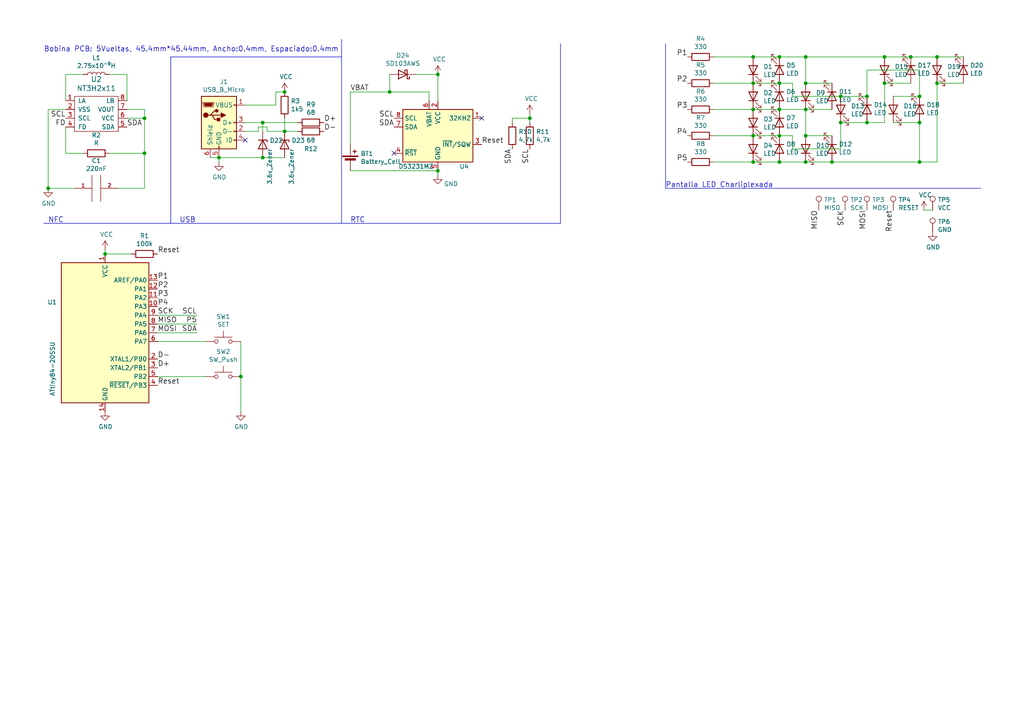
<source format=kicad_sch>
(kicad_sch (version 20230121) (generator eeschema)
  (paper "A4")
  (lib_symbols
    (symbol "Connector:TestPoint" (pin_numbers hide) (pin_names (offset 0.762) hide)
      (property "Reference" "TP" (at 0 6.858 0))
      (property "Value" "TestPoint" (at 0 5.08 0))
      (symbol "TestPoint_0_1"
        (circle (center 0 3.302) (radius 0.762))
      )
      (symbol "TestPoint_1_1"
        (pin passive line (at 0 0 90) (length 2.54) (name "1") (number "1"))
      )
    )
    (symbol "Device:Battery_Cell" (pin_numbers hide) (pin_names (offset 0) hide)
      (property "Reference" "BT" (at 2.54 2.54 0))
      (property "Value" "Battery_Cell" (at 2.54 0 0))
      (symbol "Battery_Cell_0_1"
        (rectangle (start -2.286 1.778) (end 2.286 1.524) (fill (type outline)))
        (rectangle (start -1.524 1.016) (end 1.524 0.508) (fill (type outline)))
        (polyline (pts (xy 0 0.762) (xy 0 0)))
        (polyline (pts (xy 0 1.778) (xy 0 2.54)))
        (polyline (pts (xy 0.762 3.048) (xy 1.778 3.048)) (stroke (width 0.254)))
        (polyline (pts (xy 1.27 3.556) (xy 1.27 2.54)) (stroke (width 0.254)))
      )
      (symbol "Battery_Cell_1_1"
        (pin passive line (at 0 5.08 270) (length 2.54) (name "+") (number "1"))
        (pin passive line (at 0 -2.54 90) (length 2.54) (name "-") (number "2"))
      )
    )
    (symbol "Device:D_Schottky" (pin_numbers hide) (pin_names (offset 1.016) hide)
      (property "Reference" "D" (at 0 2.54 0))
      (property "Value" "D_Schottky" (at 0 -2.54 0))
      (symbol "D_Schottky_0_1"
        (polyline (pts (xy 1.27 0) (xy -1.27 0)))
        (polyline (pts (xy 1.27 1.27) (xy 1.27 -1.27) (xy -1.27 0) (xy 1.27 1.27)) (stroke (width 0.254)))
        (polyline (pts (xy -1.905 0.635) (xy -1.905 1.27) (xy -1.27 1.27) (xy -1.27 -1.27) (xy -0.635 -1.27) (xy -0.635 -0.635)) (stroke (width 0.254)))
      )
      (symbol "D_Schottky_1_1"
        (pin passive line (at -3.81 0 0) (length 2.54) (name "K") (number "1"))
        (pin passive line (at 3.81 0 180) (length 2.54) (name "A") (number "2"))
      )
    )
    (symbol "Device:D_Zener" (pin_numbers hide) (pin_names (offset 1.016) hide)
      (property "Reference" "D" (at 0 2.54 0))
      (property "Value" "D_Zener" (at 0 -2.54 0))
      (symbol "D_Zener_0_1"
        (polyline (pts (xy 1.27 0) (xy -1.27 0)))
        (polyline (pts (xy -1.27 -1.27) (xy -1.27 1.27) (xy -0.762 1.27)) (stroke (width 0.254)))
        (polyline (pts (xy 1.27 -1.27) (xy 1.27 1.27) (xy -1.27 0) (xy 1.27 -1.27)) (stroke (width 0.254)))
      )
      (symbol "D_Zener_1_1"
        (pin passive line (at -3.81 0 0) (length 2.54) (name "K") (number "1"))
        (pin passive line (at 3.81 0 180) (length 2.54) (name "A") (number "2"))
      )
    )
    (symbol "Device:L" (pin_numbers hide) (pin_names (offset 1.016) hide)
      (property "Reference" "L" (at -1.27 0 90))
      (property "Value" "L" (at 1.905 0 90))
      (symbol "L_0_1"
        (arc (start 0 -2.54) (mid 0.6323 -1.905) (end 0 -1.27))
        (arc (start 0 -1.27) (mid 0.6323 -0.635) (end 0 0))
        (arc (start 0 0) (mid 0.6323 0.635) (end 0 1.27))
        (arc (start 0 1.27) (mid 0.6323 1.905) (end 0 2.54))
      )
      (symbol "L_1_1"
        (pin passive line (at 0 3.81 270) (length 1.27) (name "1") (number "1"))
        (pin passive line (at 0 -3.81 90) (length 1.27) (name "2") (number "2"))
      )
    )
    (symbol "Device:LED" (pin_numbers hide) (pin_names (offset 1.016) hide)
      (property "Reference" "D" (at 0 2.54 0))
      (property "Value" "LED" (at 0 -2.54 0))
      (symbol "LED_0_1"
        (polyline (pts (xy -1.27 -1.27) (xy -1.27 1.27)) (stroke (width 0.254)))
        (polyline (pts (xy -1.27 0) (xy 1.27 0)))
        (polyline (pts (xy 1.27 -1.27) (xy 1.27 1.27) (xy -1.27 0) (xy 1.27 -1.27)) (stroke (width 0.254)))
        (polyline (pts (xy -3.048 -0.762) (xy -4.572 -2.286) (xy -3.81 -2.286) (xy -4.572 -2.286) (xy -4.572 -1.524)))
        (polyline (pts (xy -1.778 -0.762) (xy -3.302 -2.286) (xy -2.54 -2.286) (xy -3.302 -2.286) (xy -3.302 -1.524)))
      )
      (symbol "LED_1_1"
        (pin passive line (at -3.81 0 0) (length 2.54) (name "K") (number "1"))
        (pin passive line (at 3.81 0 180) (length 2.54) (name "A") (number "2"))
      )
    )
    (symbol "Device:R" (pin_numbers hide) (pin_names (offset 0))
      (property "Reference" "R" (at 2.032 0 90))
      (property "Value" "R" (at 0 0 90))
      (symbol "R_0_1"
        (rectangle (start -1.016 -2.54) (end 1.016 2.54) (stroke (width 0.254)))
      )
      (symbol "R_1_1"
        (pin passive line (at 0 3.81 270) (length 1.27) (name "~") (number "1"))
        (pin passive line (at 0 -3.81 90) (length 1.27) (name "~") (number "2"))
      )
    )
    (symbol "Switch:SW_Push" (pin_numbers hide) (pin_names (offset 1.016) hide)
      (property "Reference" "SW" (at 1.27 2.54 0))
      (property "Value" "SW_Push" (at 0 -1.524 0))
      (symbol "SW_Push_0_1"
        (circle (center -2.032 0) (radius 0.508))
        (polyline (pts (xy 0 1.27) (xy 0 3.048)))
        (polyline (pts (xy 2.54 1.27) (xy -2.54 1.27)))
        (circle (center 2.032 0) (radius 0.508))
        (pin passive line (at -5.08 0 0) (length 2.54) (name "1") (number "1"))
        (pin passive line (at 5.08 0 180) (length 2.54) (name "2") (number "2"))
      )
    )
    (symbol "TPSE Glass-rescue:ATtiny84-20SSU-MCU_Microchip_ATtiny"
      (property "Reference" "U" (at -12.7 21.59 0))
      (property "Value" "MCU_Microchip_ATtiny_ATtiny84-20SSU" (at 2.54 -21.59 0))
      (symbol "ATtiny84-20SSU-MCU_Microchip_ATtiny_0_1"
        (rectangle (start -12.7 -20.32) (end 12.7 20.32) (stroke (width 0.254)) (fill (type background)))
      )
      (symbol "ATtiny84-20SSU-MCU_Microchip_ATtiny_1_1"
        (pin power_in line (at 0 22.86 270) (length 2.54) (name "VCC") (number "1"))
        (pin bidirectional line (at 15.24 7.62 180) (length 2.54) (name "PA3") (number "10"))
        (pin bidirectional line (at 15.24 10.16 180) (length 2.54) (name "PA2") (number "11"))
        (pin bidirectional line (at 15.24 12.7 180) (length 2.54) (name "PA1") (number "12"))
        (pin bidirectional line (at 15.24 15.24 180) (length 2.54) (name "AREF/PA0") (number "13"))
        (pin power_in line (at 0 -22.86 90) (length 2.54) (name "GND") (number "14"))
        (pin bidirectional line (at 15.24 -7.62 180) (length 2.54) (name "XTAL1/PB0") (number "2"))
        (pin bidirectional line (at 15.24 -10.16 180) (length 2.54) (name "XTAL2/PB1") (number "3"))
        (pin bidirectional line (at 15.24 -15.24 180) (length 2.54) (name "~{RESET}/PB3") (number "4"))
        (pin bidirectional line (at 15.24 -12.7 180) (length 2.54) (name "PB2") (number "5"))
        (pin bidirectional line (at 15.24 -2.54 180) (length 2.54) (name "PA7") (number "6"))
        (pin bidirectional line (at 15.24 0 180) (length 2.54) (name "PA6") (number "7"))
        (pin bidirectional line (at 15.24 2.54 180) (length 2.54) (name "PA5") (number "8"))
        (pin bidirectional line (at 15.24 5.08 180) (length 2.54) (name "PA4") (number "9"))
      )
    )
    (symbol "TPSE Glass-rescue:C-pspice" (pin_names (offset 0.254))
      (property "Reference" "C" (at 2.54 3.81 90))
      (property "Value" "pspice_C" (at 2.54 -3.81 90))
      (symbol "C-pspice_0_1"
        (polyline (pts (xy -3.81 -1.27) (xy 3.81 -1.27)))
        (polyline (pts (xy -3.81 1.27) (xy 3.81 1.27)))
      )
      (symbol "C-pspice_1_1"
        (pin passive line (at 0 6.35 270) (length 5.08) (name "~") (number "1"))
        (pin passive line (at 0 -6.35 90) (length 5.08) (name "~") (number "2"))
      )
    )
    (symbol "TPSE Glass-rescue:NT3H2x11-nxp" (pin_names (offset 1.016))
      (property "Reference" "U" (at 0 -6.35 0))
      (property "Value" "nxp_NT3H2x11" (at 0 6.35 0))
      (symbol "NT3H2x11-nxp_0_1"
        (rectangle (start -6.35 5.08) (end 6.35 -5.08))
      )
      (symbol "NT3H2x11-nxp_1_1"
        (pin bidirectional line (at -8.89 3.81 0) (length 2.54) (name "LA") (number "1"))
        (pin power_out line (at -8.89 1.27 0) (length 2.54) (name "VSS") (number "2"))
        (pin bidirectional line (at -8.89 -1.27 0) (length 2.54) (name "SCL") (number "3"))
        (pin tri_state line (at -8.89 -3.81 0) (length 2.54) (name "FD") (number "4"))
        (pin bidirectional line (at 8.89 -3.81 180) (length 2.54) (name "SDA") (number "5"))
        (pin power_in line (at 8.89 -1.27 180) (length 2.54) (name "VCC") (number "6"))
        (pin power_out line (at 8.89 1.27 180) (length 2.54) (name "VOUT") (number "7"))
        (pin bidirectional line (at 8.89 3.81 180) (length 2.54) (name "LB") (number "8"))
      )
    )
    (symbol "TPSE-Glass-rescue:USB_B_Micro-Connector" (pin_names (offset 1.016))
      (property "Reference" "J" (at -5.08 11.43 0))
      (property "Value" "USB_B_Micro-Connector" (at -5.08 8.89 0))
      (symbol "USB_B_Micro-Connector_0_1"
        (rectangle (start -5.08 -7.62) (end 5.08 7.62) (stroke (width 0.254)) (fill (type background)))
        (circle (center -3.81 2.159) (radius 0.635) (stroke (width 0.254)) (fill (type outline)))
        (circle (center -0.635 3.429) (radius 0.381) (stroke (width 0.254)) (fill (type outline)))
        (rectangle (start -0.127 -7.62) (end 0.127 -6.858))
        (polyline (pts (xy -1.905 2.159) (xy 0.635 2.159)) (stroke (width 0.254)))
        (polyline (pts (xy -3.175 2.159) (xy -2.54 2.159) (xy -1.27 3.429) (xy -0.635 3.429)) (stroke (width 0.254)))
        (polyline (pts (xy -2.54 2.159) (xy -1.905 2.159) (xy -1.27 0.889) (xy 0 0.889)) (stroke (width 0.254)))
        (polyline (pts (xy 0.635 2.794) (xy 0.635 1.524) (xy 1.905 2.159) (xy 0.635 2.794)) (stroke (width 0.254)) (fill (type outline)))
        (polyline (pts (xy -4.318 5.588) (xy -1.778 5.588) (xy -2.032 4.826) (xy -4.064 4.826) (xy -4.318 5.588)) (fill (type outline)))
        (polyline (pts (xy -4.699 5.842) (xy -4.699 5.588) (xy -4.445 4.826) (xy -4.445 4.572) (xy -1.651 4.572) (xy -1.651 4.826) (xy -1.397 5.588) (xy -1.397 5.842) (xy -4.699 5.842)))
        (rectangle (start 0.254 1.27) (end -0.508 0.508) (stroke (width 0.254)) (fill (type outline)))
        (rectangle (start 5.08 -5.207) (end 4.318 -4.953))
        (rectangle (start 5.08 -2.667) (end 4.318 -2.413))
        (rectangle (start 5.08 -0.127) (end 4.318 0.127))
        (rectangle (start 5.08 4.953) (end 4.318 5.207))
      )
      (symbol "USB_B_Micro-Connector_1_1"
        (pin power_out line (at 7.62 5.08 180) (length 2.54) (name "VBUS") (number "1"))
        (pin passive line (at 7.62 -2.54 180) (length 2.54) (name "D-") (number "2"))
        (pin passive line (at 7.62 0 180) (length 2.54) (name "D+") (number "3"))
        (pin passive line (at 7.62 -5.08 180) (length 2.54) (name "ID") (number "4"))
        (pin power_out line (at 0 -10.16 90) (length 2.54) (name "GND") (number "5"))
        (pin passive line (at -2.54 -10.16 90) (length 2.54) (name "Shield") (number "6"))
      )
    )
    (symbol "Timer_RTC:DS3231MZ"
      (property "Reference" "U" (at -7.62 8.89 0))
      (property "Value" "DS3231MZ" (at 11.43 8.89 0))
      (symbol "DS3231MZ_0_1"
        (rectangle (start -10.16 7.62) (end 10.16 -7.62) (stroke (width 0.254)) (fill (type background)))
      )
      (symbol "DS3231MZ_1_1"
        (pin open_collector line (at 12.7 5.08 180) (length 2.54) (name "32KHZ") (number "1"))
        (pin power_in line (at 0 10.16 270) (length 2.54) (name "VCC") (number "2"))
        (pin open_collector line (at 12.7 -2.54 180) (length 2.54) (name "~{INT}/SQW") (number "3"))
        (pin bidirectional line (at -12.7 -5.08 0) (length 2.54) (name "~{RST}") (number "4"))
        (pin power_in line (at 0 -10.16 90) (length 2.54) (name "GND") (number "5"))
        (pin power_in line (at -2.54 10.16 270) (length 2.54) (name "VBAT") (number "6"))
        (pin bidirectional line (at -12.7 2.54 0) (length 2.54) (name "SDA") (number "7"))
        (pin input line (at -12.7 5.08 0) (length 2.54) (name "SCL") (number "8"))
      )
    )
    (symbol "power:GND" (power) (pin_names (offset 0))
      (property "Value" "GND" (at 0 -3.81 0))
      (symbol "GND_0_1"
        (polyline (pts (xy 0 0) (xy 0 -1.27) (xy 1.27 -1.27) (xy 0 -2.54) (xy -1.27 -1.27) (xy 0 -1.27)))
      )
      (symbol "GND_1_1"
        (pin power_in line (at 0 0 270) (length 0) hide (name "GND") (number "1"))
      )
    )
    (symbol "power:VCC" (power) (pin_names (offset 0))
      (property "Value" "VCC" (at 0 3.81 0))
      (symbol "VCC_0_1"
        (polyline (pts (xy -0.762 1.27) (xy 0 2.54)))
        (polyline (pts (xy 0 0) (xy 0 2.54)))
        (polyline (pts (xy 0 2.54) (xy 0.762 1.27)))
      )
      (symbol "VCC_1_1"
        (pin power_in line (at 0 0 90) (length 0) hide (name "VCC") (number "1"))
      )
    )
  )
  (junction (at 226.06 46.99))
  (junction (at 218.44 16.51))
  (junction (at 69.85 109.22))
  (junction (at 127 49.53))
  (junction (at 233.68 46.99))
  (junction (at 218.44 46.99))
  (junction (at 256.54 16.51))
  (junction (at 251.46 35.56))
  (junction (at 82.55 38.1))
  (junction (at 256.54 24.13))
  (junction (at 113.03 26.67))
  (junction (at 226.06 24.13))
  (junction (at 233.68 24.13))
  (junction (at 266.7 46.99))
  (junction (at 241.3 46.99))
  (junction (at 76.2 35.56))
  (junction (at 226.06 39.37))
  (junction (at 218.44 31.75))
  (junction (at 251.46 27.94))
  (junction (at 266.7 35.56))
  (junction (at 243.84 35.56))
  (junction (at 243.84 27.94))
  (junction (at 264.16 16.51))
  (junction (at 63.5 45.72))
  (junction (at 153.67 34.29))
  (junction (at 271.78 24.13))
  (junction (at 226.06 31.75))
  (junction (at 271.78 16.51))
  (junction (at 13.97 54.61))
  (junction (at 218.44 39.37))
  (junction (at 266.7 27.94))
  (junction (at 226.06 16.51))
  (junction (at 218.44 24.13))
  (junction (at 76.2 45.72))
  (junction (at 233.68 16.51))
  (junction (at 30.48 73.66))
  (junction (at 41.91 44.45))
  (junction (at 82.55 26.67))
  (junction (at 233.68 31.75))
  (junction (at 233.68 39.37))
  (junction (at 127 21.59))
  (junction (at 41.91 34.29))
  (no_connect (at 71.12 40.64))
  (no_connect (at 139.7 34.29))
  (no_connect (at 114.3 44.45))
  (wire (pts (xy 13.97 31.75) (xy 19.05 31.75)))
  (wire (pts (xy 153.67 33.02) (xy 153.67 34.29)))
  (wire (pts (xy 31.75 21.59) (xy 36.83 21.59)))
  (wire (pts (xy 19.05 29.21) (xy 19.05 21.59)))
  (wire (pts (xy 71.12 35.56) (xy 76.2 35.56)))
  (wire (pts (xy 218.44 31.75) (xy 207.01 31.75)))
  (wire (pts (xy 233.68 16.51) (xy 256.54 16.51)))
  (wire (pts (xy 45.72 91.44) (xy 57.15 91.44)))
  (wire (pts (xy 226.06 39.37) (xy 218.44 39.37)))
  (wire (pts (xy 233.68 46.99) (xy 226.06 46.99)))
  (wire (pts (xy 148.59 34.29) (xy 153.67 34.29)))
  (wire (pts (xy 279.4 16.51) (xy 271.78 16.51)))
  (wire (pts (xy 77.47 38.1) (xy 82.55 38.1)))
  (wire (pts (xy 218.44 16.51) (xy 226.06 16.51)))
  (wire (pts (xy 233.68 31.75) (xy 226.06 31.75)))
  (wire (pts (xy 267.97 60.96) (xy 270.51 60.96)))
  (wire (pts (xy 13.97 31.75) (xy 13.97 54.61)))
  (wire (pts (xy 30.48 72.39) (xy 30.48 73.66)))
  (wire (pts (xy 271.78 24.13) (xy 271.78 46.99)))
  (wire (pts (xy 233.68 31.75) (xy 241.3 31.75)))
  (wire (pts (xy 76.2 45.72) (xy 82.55 45.72)))
  (wire (pts (xy 101.6 26.67) (xy 113.03 26.67)))
  (wire (pts (xy 45.72 109.22) (xy 59.69 109.22)))
  (wire (pts (xy 266.7 35.56) (xy 266.7 46.99)))
  (wire (pts (xy 113.03 26.67) (xy 124.46 26.67)))
  (wire (pts (xy 226.06 16.51) (xy 233.68 16.51)))
  (wire (pts (xy 113.03 21.59) (xy 113.03 26.67)))
  (wire (pts (xy 243.84 27.94) (xy 251.46 27.94)))
  (wire (pts (xy 266.7 46.99) (xy 241.3 46.99)))
  (polyline (pts (xy 12.7 64.77) (xy 162.56 64.77)))
  (wire (pts (xy 30.48 73.66) (xy 38.1 73.66)))
  (wire (pts (xy 36.83 31.75) (xy 41.91 31.75)))
  (wire (pts (xy 71.12 38.1) (xy 74.93 38.1)))
  (wire (pts (xy 124.46 26.67) (xy 124.46 29.21)))
  (wire (pts (xy 69.85 99.06) (xy 69.85 109.22)))
  (wire (pts (xy 218.44 24.13) (xy 226.06 24.13)))
  (wire (pts (xy 271.78 16.51) (xy 264.16 16.51)))
  (wire (pts (xy 34.29 54.61) (xy 41.91 54.61)))
  (wire (pts (xy 63.5 45.72) (xy 76.2 45.72)))
  (wire (pts (xy 256.54 24.13) (xy 256.54 35.56)))
  (wire (pts (xy 266.7 35.56) (xy 259.08 35.56)))
  (wire (pts (xy 243.84 35.56) (xy 243.84 43.18)))
  (wire (pts (xy 259.08 27.94) (xy 266.7 27.94)))
  (wire (pts (xy 45.72 96.52) (xy 57.15 96.52)))
  (polyline (pts (xy 162.56 64.77) (xy 162.56 12.7)))
  (wire (pts (xy 45.72 99.06) (xy 59.69 99.06)))
  (wire (pts (xy 127 50.8) (xy 127 49.53)))
  (wire (pts (xy 69.85 109.22) (xy 69.85 119.38)))
  (wire (pts (xy 207.01 24.13) (xy 218.44 24.13)))
  (wire (pts (xy 241.3 46.99) (xy 233.68 46.99)))
  (wire (pts (xy 74.93 36.83) (xy 77.47 36.83)))
  (wire (pts (xy 226.06 39.37) (xy 229.87 39.37)))
  (wire (pts (xy 226.06 31.75) (xy 218.44 31.75)))
  (wire (pts (xy 21.59 54.61) (xy 13.97 54.61)))
  (wire (pts (xy 19.05 36.83) (xy 19.05 44.45)))
  (wire (pts (xy 241.3 39.37) (xy 233.68 39.37)))
  (wire (pts (xy 264.16 16.51) (xy 256.54 16.51)))
  (wire (pts (xy 41.91 34.29) (xy 41.91 44.45)))
  (polyline (pts (xy 49.53 64.77) (xy 49.53 16.51)))
  (wire (pts (xy 229.87 39.37) (xy 229.87 43.18)))
  (wire (pts (xy 71.12 30.48) (xy 80.01 30.48)))
  (wire (pts (xy 82.55 38.1) (xy 86.36 38.1)))
  (wire (pts (xy 233.68 24.13) (xy 241.3 24.13)))
  (wire (pts (xy 266.7 20.32) (xy 266.7 27.94)))
  (wire (pts (xy 229.87 24.13) (xy 229.87 27.94)))
  (wire (pts (xy 76.2 35.56) (xy 86.36 35.56)))
  (wire (pts (xy 80.01 26.67) (xy 80.01 30.48)))
  (wire (pts (xy 60.96 45.72) (xy 63.5 45.72)))
  (wire (pts (xy 153.67 34.29) (xy 153.67 35.56)))
  (wire (pts (xy 148.59 35.56) (xy 148.59 34.29)))
  (wire (pts (xy 36.83 34.29) (xy 41.91 34.29)))
  (wire (pts (xy 127 21.59) (xy 127 29.21)))
  (wire (pts (xy 229.87 43.18) (xy 243.84 43.18)))
  (wire (pts (xy 36.83 21.59) (xy 36.83 29.21)))
  (wire (pts (xy 41.91 31.75) (xy 41.91 34.29)))
  (wire (pts (xy 45.72 93.98) (xy 57.15 93.98)))
  (wire (pts (xy 226.06 46.99) (xy 218.44 46.99)))
  (wire (pts (xy 19.05 44.45) (xy 24.13 44.45)))
  (wire (pts (xy 233.68 24.13) (xy 233.68 16.51)))
  (wire (pts (xy 101.6 49.53) (xy 127 49.53)))
  (wire (pts (xy 82.55 34.29) (xy 82.55 38.1)))
  (wire (pts (xy 19.05 21.59) (xy 24.13 21.59)))
  (wire (pts (xy 76.2 38.1) (xy 76.2 35.56)))
  (polyline (pts (xy 193.04 12.7) (xy 193.04 54.61)))
  (wire (pts (xy 207.01 16.51) (xy 218.44 16.51)))
  (polyline (pts (xy 49.53 16.51) (xy 99.06 16.51)))
  (wire (pts (xy 63.5 45.72) (xy 63.5 46.99)))
  (wire (pts (xy 256.54 24.13) (xy 264.16 24.13)))
  (wire (pts (xy 271.78 46.99) (xy 266.7 46.99)))
  (wire (pts (xy 251.46 27.94) (xy 251.46 20.32)))
  (wire (pts (xy 74.93 38.1) (xy 74.93 36.83)))
  (wire (pts (xy 218.44 39.37) (xy 207.01 39.37)))
  (wire (pts (xy 218.44 46.99) (xy 207.01 46.99)))
  (wire (pts (xy 271.78 24.13) (xy 279.4 24.13)))
  (wire (pts (xy 229.87 27.94) (xy 243.84 27.94)))
  (polyline (pts (xy 99.06 11.43) (xy 99.06 64.77)))
  (wire (pts (xy 41.91 54.61) (xy 41.91 44.45)))
  (wire (pts (xy 243.84 35.56) (xy 251.46 35.56)))
  (wire (pts (xy 77.47 36.83) (xy 77.47 38.1)))
  (wire (pts (xy 233.68 39.37) (xy 233.68 31.75)))
  (wire (pts (xy 82.55 26.67) (xy 80.01 26.67)))
  (wire (pts (xy 41.91 44.45) (xy 31.75 44.45)))
  (wire (pts (xy 120.65 21.59) (xy 127 21.59)))
  (wire (pts (xy 251.46 20.32) (xy 266.7 20.32)))
  (polyline (pts (xy 193.04 54.61) (xy 284.48 54.61)))
  (wire (pts (xy 256.54 35.56) (xy 251.46 35.56)))
  (wire (pts (xy 101.6 41.91) (xy 101.6 26.67)))
  (wire (pts (xy 226.06 24.13) (xy 229.87 24.13)))
  (text "Bobina PCB: 5Vueltas, 45.4mm*45.44mm, Ancho:0.4mm, Espaciado:0.4mm" (at 12.7 15.24 0) (effects (font (size 1.4986 1.4986)) (justify left bottom)))
  (text "NFC" (at 13.97 64.77 0) (effects (font (size 1.4986 1.4986)) (justify left bottom)))
  (text "USB" (at 52.07 64.77 0) (effects (font (size 1.4986 1.4986)) (justify left bottom)))
  (text "Pantalla LED Charliplexada" (at 193.04 54.61 0) (effects (font (size 1.4986 1.4986)) (justify left bottom)))
  (text "RTC" (at 101.6 64.77 0) (effects (font (size 1.4986 1.4986)) (justify left bottom)))
  (label "MOSI" (at 45.72 96.52 0) (effects (font (size 1.4986 1.4986))))
  (label "P4" (at 45.72 88.9 0) (effects (font (size 1.4986 1.4986))))
  (label "SDA" (at 36.83 36.83 0) (effects (font (size 1.4986 1.4986))))
  (label "Reset" (at 45.72 111.76 0) (effects (font (size 1.4986 1.4986))))
  (label "Reset" (at 45.72 73.66 0) (effects (font (size 1.4986 1.4986))))
  (label "P2" (at 45.72 83.82 0) (effects (font (size 1.4986 1.4986))))
  (label "D-" (at 45.72 104.14 0) (effects (font (size 1.4986 1.4986))))
  (label "SDA" (at 57.15 96.52 180) (effects (font (size 1.4986 1.4986))))
  (label "Reset" (at 259.08 60.96 270) (effects (font (size 1.4986 1.4986))))
  (label "P2" (at 199.39 24.13 180) (effects (font (size 1.4986 1.4986))))
  (label "VBAT" (at 101.6 26.67 0) (effects (font (size 1.4986 1.4986))))
  (label "P1" (at 45.72 81.28 0) (effects (font (size 1.4986 1.4986))))
  (label "SCL" (at 114.3 34.29 180) (effects (font (size 1.4986 1.4986))))
  (label "SCL" (at 57.15 91.44 180) (effects (font (size 1.4986 1.4986))))
  (label "D+" (at 93.98 35.56 0) (effects (font (size 1.4986 1.4986))))
  (label "SCK" (at 245.11 60.96 270) (effects (font (size 1.4986 1.4986))))
  (label "P4" (at 199.39 39.37 180) (effects (font (size 1.4986 1.4986))))
  (label "P3" (at 199.39 31.75 180) (effects (font (size 1.4986 1.4986))))
  (label "D+" (at 45.72 106.68 0) (effects (font (size 1.4986 1.4986))))
  (label "P5" (at 199.39 46.99 180) (effects (font (size 1.4986 1.4986))))
  (label "D-" (at 93.98 38.1 0) (effects (font (size 1.4986 1.4986))))
  (label "MISO" (at 237.49 60.96 270) (effects (font (size 1.4986 1.4986))))
  (label "MOSI" (at 251.46 60.96 270) (effects (font (size 1.4986 1.4986))))
  (label "SCK" (at 45.72 91.44 0) (effects (font (size 1.4986 1.4986))))
  (label "SDA" (at 114.3 36.83 180) (effects (font (size 1.4986 1.4986))))
  (label "P3" (at 45.72 86.36 0) (effects (font (size 1.4986 1.4986))))
  (label "FD" (at 19.05 36.83 180) (effects (font (size 1.4986 1.4986))))
  (label "P5" (at 57.15 93.98 180) (effects (font (size 1.4986 1.4986))))
  (label "MISO" (at 45.72 93.98 0) (effects (font (size 1.4986 1.4986))))
  (label "P1" (at 199.39 16.51 180) (effects (font (size 1.4986 1.4986))))
  (label "SDA" (at 148.59 43.18 270) (effects (font (size 1.4986 1.4986))))
  (label "Reset" (at 139.7 41.91 0) (effects (font (size 1.4986 1.4986))))
  (label "SCL" (at 153.67 43.18 270) (effects (font (size 1.4986 1.4986))))
  (label "SCL" (at 19.05 34.29 180) (effects (font (size 1.4986 1.4986))))
  (symbol (lib_id "Device:R") (at 153.67 39.37 0) (unit 1)
    (property "Reference" "R11" (at 155.448 38.2016 0) (effects (justify left)))
    (property "Value" "4,7k" (at 155.448 40.513 0) (effects (justify left)))
    (property "Footprint" "Resistor_SMD:R_1206_3216Metric" (effects hide))
    (property "Datasheet" "https://www.mouser.es/ProductDetail/Bourns/CR1206AFX-10R0EAS?qs=sGAEpiMZZMtlubZbdhIBIJFGDp18fIDTFVcR0GBHXj8%3D" (effects hide))
    (property "Precio" "0,10" (effects hide))
  )
  (symbol (lib_id "Device:R") (at 148.59 39.37 0) (unit 1)
    (property "Reference" "R10" (at 150.368 38.2016 0) (effects (justify left)))
    (property "Value" "4,7k" (at 150.368 40.513 0) (effects (justify left)))
    (property "Footprint" "Resistor_SMD:R_1206_3216Metric" (effects hide))
    (property "Datasheet" "https://www.mouser.es/ProductDetail/Bourns/CR1206AFX-10R0EAS?qs=sGAEpiMZZMtlubZbdhIBIJFGDp18fIDTFVcR0GBHXj8%3D" (effects hide))
    (property "Precio" "0,10" (effects hide))
  )
  (symbol (lib_id "Device:R") (at 203.2 16.51 270) (unit 1)
    (property "Reference" "R4" (at 203.2 11.2522 90))
    (property "Value" "330" (at 203.2 13.5636 90))
    (property "Footprint" "Resistor_SMD:R_1206_3216Metric" (effects hide))
    (property "Datasheet" "https://www.mouser.es/ProductDetail/Bourns/CR1206AFX-10R0EAS?qs=sGAEpiMZZMtlubZbdhIBIJFGDp18fIDTFVcR0GBHXj8%3D" (effects hide))
    (property "Precio" "0,10" (effects hide))
  )
  (symbol (lib_id "Device:R") (at 203.2 24.13 270) (unit 1)
    (property "Reference" "R5" (at 203.2 18.8722 90))
    (property "Value" "330" (at 203.2 21.1836 90))
    (property "Footprint" "Resistor_SMD:R_1206_3216Metric" (effects hide))
    (property "Datasheet" "https://www.mouser.es/ProductDetail/Bourns/CR1206AFX-10R0EAS?qs=sGAEpiMZZMtlubZbdhIBIJFGDp18fIDTFVcR0GBHXj8%3D" (effects hide))
    (property "Precio" "0,10" (effects hide))
  )
  (symbol (lib_id "Device:R") (at 203.2 31.75 270) (unit 1)
    (property "Reference" "R6" (at 203.2 26.4922 90))
    (property "Value" "330" (at 203.2 28.8036 90))
    (property "Footprint" "Resistor_SMD:R_1206_3216Metric" (effects hide))
    (property "Datasheet" "https://www.mouser.es/ProductDetail/Bourns/CR1206AFX-10R0EAS?qs=sGAEpiMZZMtlubZbdhIBIJFGDp18fIDTFVcR0GBHXj8%3D" (effects hide))
    (property "Precio" "0,10" (effects hide))
  )
  (symbol (lib_id "Device:R") (at 203.2 39.37 270) (unit 1)
    (property "Reference" "R7" (at 203.2 34.1122 90))
    (property "Value" "330" (at 203.2 36.4236 90))
    (property "Footprint" "Resistor_SMD:R_1206_3216Metric" (effects hide))
    (property "Datasheet" "https://www.mouser.es/ProductDetail/Bourns/CR1206AFX-10R0EAS?qs=sGAEpiMZZMtlubZbdhIBIJFGDp18fIDTFVcR0GBHXj8%3D" (effects hide))
    (property "Precio" "0,10" (effects hide))
  )
  (symbol (lib_id "Device:R") (at 203.2 46.99 270) (unit 1)
    (property "Reference" "R8" (at 203.2 41.7322 90))
    (property "Value" "330" (at 203.2 44.0436 90))
    (property "Footprint" "Resistor_SMD:R_1206_3216Metric" (effects hide))
    (property "Datasheet" "https://www.mouser.es/ProductDetail/Bourns/CR1206AFX-10R0EAS?qs=sGAEpiMZZMtlubZbdhIBIJFGDp18fIDTFVcR0GBHXj8%3D" (effects hide))
    (property "Precio" "0,10" (effects hide))
  )
  (symbol (lib_id "Device:LED") (at 218.44 20.32 90) (unit 1)
    (property "Reference" "D1" (at 221.4118 19.3294 90) (effects (justify right)))
    (property "Value" "LED" (at 221.4118 21.6408 90) (effects (justify right)))
    (property "Footprint" "Librerias:LED_1206_3216Metric-ThroughPCB" (effects hide))
    (property "Datasheet" "https://www.mouser.es/ProductDetail/Kingbright/APTR3216-VFX?qs=sGAEpiMZZMve4%2FbfQkoj%252BNWcOCmuH1iolr6ynu%252BUQJ8%3D" (effects hide))
    (property "Precio" "0,473" (effects hide))
  )
  (symbol (lib_id "Device:LED") (at 226.06 20.32 270) (unit 1)
    (property "Reference" "D5" (at 228.0412 18.9738 90) (effects (justify left)))
    (property "Value" "LED" (at 228.0412 21.2852 90) (effects (justify left)))
    (property "Footprint" "Librerias:LED_1206_3216Metric-ThroughPCB" (effects hide))
    (property "Datasheet" "https://www.mouser.es/ProductDetail/Kingbright/APTR3216-VFX?qs=sGAEpiMZZMve4%2FbfQkoj%252BNWcOCmuH1iolr6ynu%252BUQJ8%3D" (effects hide))
    (property "Precio" "0,473" (effects hide))
  )
  (symbol (lib_id "Device:LED") (at 218.44 27.94 90) (unit 1)
    (property "Reference" "D2" (at 221.4118 26.9494 90) (effects (justify right)))
    (property "Value" "LED" (at 221.4118 29.2608 90) (effects (justify right)))
    (property "Footprint" "Librerias:LED_1206_3216Metric-ThroughPCB" (effects hide))
    (property "Datasheet" "https://www.mouser.es/ProductDetail/Kingbright/APTR3216-VFX?qs=sGAEpiMZZMve4%2FbfQkoj%252BNWcOCmuH1iolr6ynu%252BUQJ8%3D" (effects hide))
    (property "Precio" "0,473" (effects hide))
  )
  (symbol (lib_id "Device:LED") (at 226.06 27.94 270) (unit 1)
    (property "Reference" "D6" (at 228.0412 26.5938 90) (effects (justify left)))
    (property "Value" "LED" (at 228.0412 28.9052 90) (effects (justify left)))
    (property "Footprint" "Librerias:LED_1206_3216Metric-ThroughPCB" (effects hide))
    (property "Datasheet" "https://www.mouser.es/ProductDetail/Kingbright/APTR3216-VFX?qs=sGAEpiMZZMve4%2FbfQkoj%252BNWcOCmuH1iolr6ynu%252BUQJ8%3D" (effects hide))
    (property "Precio" "0,473" (effects hide))
  )
  (symbol (lib_id "Device:LED") (at 233.68 27.94 90) (unit 1)
    (property "Reference" "D9" (at 236.6518 26.9494 90) (effects (justify right)))
    (property "Value" "LED" (at 236.6518 29.2608 90) (effects (justify right)))
    (property "Footprint" "Librerias:LED_1206_3216Metric-ThroughPCB" (effects hide))
    (property "Datasheet" "https://www.mouser.es/ProductDetail/Kingbright/APTR3216-VFX?qs=sGAEpiMZZMve4%2FbfQkoj%252BNWcOCmuH1iolr6ynu%252BUQJ8%3D" (effects hide))
    (property "Precio" "0,473" (effects hide))
  )
  (symbol (lib_id "Device:LED") (at 241.3 27.94 270) (unit 1)
    (property "Reference" "D11" (at 243.2812 26.5938 90) (effects (justify left)))
    (property "Value" "LED" (at 243.2812 28.9052 90) (effects (justify left)))
    (property "Footprint" "Librerias:LED_1206_3216Metric-ThroughPCB" (effects hide))
    (property "Datasheet" "https://www.mouser.es/ProductDetail/Kingbright/APTR3216-VFX?qs=sGAEpiMZZMve4%2FbfQkoj%252BNWcOCmuH1iolr6ynu%252BUQJ8%3D" (effects hide))
    (property "Precio" "0,473" (effects hide))
  )
  (symbol (lib_id "Device:LED") (at 243.84 31.75 90) (unit 1)
    (property "Reference" "D13" (at 246.8118 30.7594 90) (effects (justify right)))
    (property "Value" "LED" (at 246.8118 33.0708 90) (effects (justify right)))
    (property "Footprint" "Librerias:LED_1206_3216Metric-ThroughPCB" (effects hide))
    (property "Datasheet" "https://www.mouser.es/ProductDetail/Kingbright/APTR3216-VFX?qs=sGAEpiMZZMve4%2FbfQkoj%252BNWcOCmuH1iolr6ynu%252BUQJ8%3D" (effects hide))
    (property "Precio" "0,473" (effects hide))
  )
  (symbol (lib_id "Device:LED") (at 251.46 31.75 270) (unit 1)
    (property "Reference" "D14" (at 253.4412 30.4038 90) (effects (justify left)))
    (property "Value" "LED" (at 253.4412 32.7152 90) (effects (justify left)))
    (property "Footprint" "Librerias:LED_1206_3216Metric-ThroughPCB" (effects hide))
    (property "Datasheet" "https://www.mouser.es/ProductDetail/Kingbright/APTR3216-VFX?qs=sGAEpiMZZMve4%2FbfQkoj%252BNWcOCmuH1iolr6ynu%252BUQJ8%3D" (effects hide))
    (property "Precio" "0,473" (effects hide))
  )
  (symbol (lib_id "Device:LED") (at 218.44 35.56 90) (unit 1)
    (property "Reference" "D3" (at 221.4118 34.5694 90) (effects (justify right)))
    (property "Value" "LED" (at 221.4118 36.8808 90) (effects (justify right)))
    (property "Footprint" "Librerias:LED_1206_3216Metric-ThroughPCB" (effects hide))
    (property "Datasheet" "https://www.mouser.es/ProductDetail/Kingbright/APTR3216-VFX?qs=sGAEpiMZZMve4%2FbfQkoj%252BNWcOCmuH1iolr6ynu%252BUQJ8%3D" (effects hide))
    (property "Precio" "0,473" (effects hide))
  )
  (symbol (lib_id "Device:LED") (at 226.06 35.56 270) (unit 1)
    (property "Reference" "D7" (at 228.0412 34.2138 90) (effects (justify left)))
    (property "Value" "LED" (at 228.0412 36.5252 90) (effects (justify left)))
    (property "Footprint" "Librerias:LED_1206_3216Metric-ThroughPCB" (effects hide))
    (property "Datasheet" "https://www.mouser.es/ProductDetail/Kingbright/APTR3216-VFX?qs=sGAEpiMZZMve4%2FbfQkoj%252BNWcOCmuH1iolr6ynu%252BUQJ8%3D" (effects hide))
    (property "Precio" "0,473" (effects hide))
  )
  (symbol (lib_id "Device:LED") (at 218.44 43.18 90) (unit 1)
    (property "Reference" "D4" (at 221.4118 42.1894 90) (effects (justify right)))
    (property "Value" "LED" (at 221.4118 44.5008 90) (effects (justify right)))
    (property "Footprint" "Librerias:LED_1206_3216Metric-ThroughPCB" (effects hide))
    (property "Datasheet" "https://www.mouser.es/ProductDetail/Kingbright/APTR3216-VFX?qs=sGAEpiMZZMve4%2FbfQkoj%252BNWcOCmuH1iolr6ynu%252BUQJ8%3D" (effects hide))
    (property "Precio" "0,473" (effects hide))
  )
  (symbol (lib_id "Device:LED") (at 226.06 43.18 270) (unit 1)
    (property "Reference" "D8" (at 228.0412 41.8338 90) (effects (justify left)))
    (property "Value" "LED" (at 228.0412 44.1452 90) (effects (justify left)))
    (property "Footprint" "Librerias:LED_1206_3216Metric-ThroughPCB" (effects hide))
    (property "Datasheet" "https://www.mouser.es/ProductDetail/Kingbright/APTR3216-VFX?qs=sGAEpiMZZMve4%2FbfQkoj%252BNWcOCmuH1iolr6ynu%252BUQJ8%3D" (effects hide))
    (property "Precio" "0,473" (effects hide))
  )
  (symbol (lib_id "Device:LED") (at 233.68 43.18 90) (unit 1)
    (property "Reference" "D10" (at 236.6518 42.1894 90) (effects (justify right)))
    (property "Value" "LED" (at 236.6518 44.5008 90) (effects (justify right)))
    (property "Footprint" "Librerias:LED_1206_3216Metric-ThroughPCB" (effects hide))
    (property "Datasheet" "https://www.mouser.es/ProductDetail/Kingbright/APTR3216-VFX?qs=sGAEpiMZZMve4%2FbfQkoj%252BNWcOCmuH1iolr6ynu%252BUQJ8%3D" (effects hide))
    (property "Precio" "0,473" (effects hide))
  )
  (symbol (lib_id "Device:LED") (at 241.3 43.18 270) (unit 1)
    (property "Reference" "D12" (at 243.2812 41.8338 90) (effects (justify left)))
    (property "Value" "LED" (at 243.2812 44.1452 90) (effects (justify left)))
    (property "Footprint" "Librerias:LED_1206_3216Metric-ThroughPCB" (effects hide))
    (property "Datasheet" "https://www.mouser.es/ProductDetail/Kingbright/APTR3216-VFX?qs=sGAEpiMZZMve4%2FbfQkoj%252BNWcOCmuH1iolr6ynu%252BUQJ8%3D" (effects hide))
    (property "Precio" "0,473" (effects hide))
  )
  (symbol (lib_id "Device:LED") (at 256.54 20.32 90) (unit 1)
    (property "Reference" "D15" (at 259.5118 19.3294 90) (effects (justify right)))
    (property "Value" "LED" (at 259.5118 21.6408 90) (effects (justify right)))
    (property "Footprint" "Librerias:LED_1206_3216Metric-ThroughPCB" (effects hide))
    (property "Datasheet" "https://www.mouser.es/ProductDetail/Kingbright/APTR3216-VFX?qs=sGAEpiMZZMve4%2FbfQkoj%252BNWcOCmuH1iolr6ynu%252BUQJ8%3D" (effects hide))
    (property "Precio" "0,473" (effects hide))
  )
  (symbol (lib_id "Device:LED") (at 264.16 20.32 270) (unit 1)
    (property "Reference" "D17" (at 266.1412 18.9738 90) (effects (justify left)))
    (property "Value" "LED" (at 266.1412 21.2852 90) (effects (justify left)))
    (property "Footprint" "Librerias:LED_1206_3216Metric-ThroughPCB" (effects hide))
    (property "Datasheet" "https://www.mouser.es/ProductDetail/Kingbright/APTR3216-VFX?qs=sGAEpiMZZMve4%2FbfQkoj%252BNWcOCmuH1iolr6ynu%252BUQJ8%3D" (effects hide))
    (property "Precio" "0,473" (effects hide))
  )
  (symbol (lib_id "Device:LED") (at 271.78 20.32 90) (unit 1)
    (property "Reference" "D19" (at 274.7518 19.3294 90) (effects (justify right)))
    (property "Value" "LED" (at 274.7518 21.6408 90) (effects (justify right)))
    (property "Footprint" "Librerias:LED_1206_3216Metric-ThroughPCB" (effects hide))
    (property "Datasheet" "https://www.mouser.es/ProductDetail/Kingbright/APTR3216-VFX?qs=sGAEpiMZZMve4%2FbfQkoj%252BNWcOCmuH1iolr6ynu%252BUQJ8%3D" (effects hide))
    (property "Precio" "0,473" (effects hide))
  )
  (symbol (lib_id "Device:LED") (at 279.4 20.32 270) (unit 1)
    (property "Reference" "D20" (at 281.3812 18.9738 90) (effects (justify left)))
    (property "Value" "LED" (at 281.3812 21.2852 90) (effects (justify left)))
    (property "Footprint" "Librerias:LED_1206_3216Metric-ThroughPCB" (effects hide))
    (property "Datasheet" "https://www.mouser.es/ProductDetail/Kingbright/APTR3216-VFX?qs=sGAEpiMZZMve4%2FbfQkoj%252BNWcOCmuH1iolr6ynu%252BUQJ8%3D" (effects hide))
    (property "Precio" "0,473" (effects hide))
  )
  (symbol (lib_id "Device:LED") (at 259.08 31.75 90) (unit 1)
    (property "Reference" "D16" (at 262.0518 30.7594 90) (effects (justify right)))
    (property "Value" "LED" (at 262.0518 33.0708 90) (effects (justify right)))
    (property "Footprint" "Librerias:LED_1206_3216Metric-ThroughPCB" (effects hide))
    (property "Datasheet" "https://www.mouser.es/ProductDetail/Kingbright/APTR3216-VFX?qs=sGAEpiMZZMve4%2FbfQkoj%252BNWcOCmuH1iolr6ynu%252BUQJ8%3D" (effects hide))
    (property "Precio" "0,473" (effects hide))
  )
  (symbol (lib_id "Device:LED") (at 266.7 31.75 270) (unit 1)
    (property "Reference" "D18" (at 268.6812 30.4038 90) (effects (justify left)))
    (property "Value" "LED" (at 268.6812 32.7152 90) (effects (justify left)))
    (property "Footprint" "Librerias:LED_1206_3216Metric-ThroughPCB" (effects hide))
    (property "Datasheet" "https://www.mouser.es/ProductDetail/Kingbright/APTR3216-VFX?qs=sGAEpiMZZMve4%2FbfQkoj%252BNWcOCmuH1iolr6ynu%252BUQJ8%3D" (effects hide))
    (property "Precio" "0,473" (effects hide))
  )
  (symbol (lib_id "TPSE Glass-rescue:ATtiny84-20SSU-MCU_Microchip_ATtiny") (at 30.48 96.52 0) (unit 1)
    (property "Reference" "U1" (at 16.51 87.63 0) (effects (justify right)))
    (property "Value" "ATtiny84-20SSU" (at 15.24 99.06 90) (effects (justify right)))
    (property "Footprint" "Package_SO:SOIC-14_3.9x8.7mm_P1.27mm" (effects hide))
    (property "Datasheet" "http://ww1.microchip.com/downloads/en/DeviceDoc/doc8006.pdf" (effects hide))
  )
  (symbol (lib_id "power:GND") (at 30.48 119.38 0) (unit 1)
    (property "Reference" "#PWR0105" (effects hide))
    (property "Value" "GND" (at 30.607 123.7742 0))
  )
  (symbol (lib_id "Device:R") (at 41.91 73.66 270) (unit 1)
    (property "Reference" "R1" (at 41.91 68.4022 90))
    (property "Value" "100k" (at 41.91 70.7136 90))
    (property "Footprint" "Resistor_SMD:R_1206_3216Metric" (effects hide))
  )
  (symbol (lib_id "power:VCC") (at 30.48 72.39 0) (unit 1)
    (property "Reference" "#PWR0106" (effects hide))
    (property "Value" "VCC" (at 30.9118 67.9958 0))
  )
  (symbol (lib_id "TPSE Glass-rescue:NT3H2x11-nxp") (at 27.94 33.02 0) (unit 1)
    (property "Reference" "U2" (at 27.94 22.9616 0) (effects (font (size 1.4986 1.4986))))
    (property "Value" "NT3H2x11" (at 27.94 25.6286 0) (effects (font (size 1.4986 1.4986))))
    (property "Footprint" "Package_SO:TSSOP-8_3x3mm_P0.65mm" (effects hide))
    (property "Datasheet" "https://www.mouser.com/datasheet/2/302/NT3H2111_2211-888244.pdf" (effects hide))
  )
  (symbol (lib_id "Device:L") (at 27.94 21.59 90) (unit 1)
    (property "Reference" "L1" (at 27.94 16.764 90))
    (property "Value" "2.75x10⁻⁹H" (at 27.94 19.0754 90))
  )
  (symbol (lib_id "Timer_RTC:DS3231MZ") (at 127 39.37 0) (unit 1)
    (property "Reference" "U4" (at 134.62 48.26 0))
    (property "Value" "DS3231MZ" (at 120.65 48.26 0))
    (property "Footprint" "Package_SO:SOIC-8_3.9x4.9mm_P1.27mm" (effects hide))
    (property "Datasheet" "http://datasheets.maximintegrated.com/en/ds/DS3231M.pdf" (effects hide))
  )
  (symbol (lib_id "power:GND") (at 13.97 54.61 0) (unit 1)
    (property "Reference" "#PWR0101" (effects hide))
    (property "Value" "GND" (at 14.097 59.0042 0))
  )
  (symbol (lib_id "power:GND") (at 127 50.8 0) (unit 1)
    (property "Reference" "#PWR0102" (effects hide))
    (property "Value" "GND" (at 130.81 53.34 0))
  )
  (symbol (lib_id "TPSE Glass-rescue:C-pspice") (at 27.94 54.61 90) (unit 1)
    (property "Reference" "C1" (at 27.94 46.609 90))
    (property "Value" "220nF" (at 27.94 48.9204 90))
    (property "Footprint" "Capacitor_SMD:C_1210_3225Metric_Pad1.42x2.65mm_HandSolder" (effects hide))
  )
  (symbol (lib_id "Device:R") (at 27.94 44.45 270) (unit 1)
    (property "Reference" "R2" (at 27.94 39.1922 90))
    (property "Value" "R" (at 27.94 41.5036 90))
    (property "Footprint" "Resistor_SMD:R_1206_3216Metric" (effects hide))
  )
  (symbol (lib_id "Device:Battery_Cell") (at 101.6 46.99 0) (unit 1)
    (property "Reference" "BT1" (at 104.5972 44.5516 0) (effects (justify left)))
    (property "Value" "Battery_Cell" (at 104.5972 46.863 0) (effects (justify left)))
    (property "Footprint" "Librerias:TE_796136-1" (effects hide))
    (property "Datasheet" "https://www.mouser.es/ProductDetail/Linx-Technologies/BAT-HLD-012-SMT?qs=sGAEpiMZZMtT9MhkajLHrtLdadThLjMVSNg%2F9RTE5Tg%3D" (effects hide))
    (property "Precio" "0,26" (effects hide))
  )
  (symbol (lib_id "Device:D_Zener") (at 76.2 41.91 270) (unit 1)
    (property "Reference" "D22" (at 78.2066 40.7416 90) (effects (justify left)))
    (property "Value" "3.6v_Zener" (at 78.2066 43.053 0) (effects (justify left)))
    (property "Footprint" "Diode_SMD:D_SMA" (effects hide))
  )
  (symbol (lib_id "Device:D_Zener") (at 82.55 41.91 270) (unit 1)
    (property "Reference" "D23" (at 84.5566 40.7416 90) (effects (justify left)))
    (property "Value" "3.6v_Zener" (at 84.5566 43.053 0) (effects (justify left)))
    (property "Footprint" "Diode_SMD:D_SMA" (effects hide))
  )
  (symbol (lib_id "Device:R") (at 90.17 35.56 270) (unit 1)
    (property "Reference" "R9" (at 90.17 30.3022 90))
    (property "Value" "68" (at 90.17 32.6136 90))
    (property "Footprint" "Resistor_SMD:R_1206_3216Metric" (effects hide))
  )
  (symbol (lib_id "Device:R") (at 90.17 38.1 270) (unit 1)
    (property "Reference" "R12" (at 90.17 43.18 90))
    (property "Value" "68" (at 90.17 40.64 90))
    (property "Footprint" "Resistor_SMD:R_1206_3216Metric" (effects hide))
  )
  (symbol (lib_id "TPSE-Glass-rescue:USB_B_Micro-Connector") (at 63.5 35.56 0) (unit 1)
    (property "Reference" "J1" (at 64.9478 23.6982 0))
    (property "Value" "USB_B_Micro" (at 64.9478 26.0096 0))
    (property "Footprint" "Librerias:TE_1981568-1" (effects hide))
  )
  (symbol (lib_id "power:GND") (at 63.5 46.99 0) (unit 1)
    (property "Reference" "#PWR0107" (effects hide))
    (property "Value" "GND" (at 63.627 51.3842 0))
  )
  (symbol (lib_id "power:VCC") (at 82.55 26.67 0) (unit 1)
    (property "Reference" "#PWR0108" (effects hide))
    (property "Value" "VCC" (at 82.9818 22.2758 0))
  )
  (symbol (lib_id "power:VCC") (at 127 21.59 0) (unit 1)
    (property "Reference" "#PWR0109" (effects hide))
    (property "Value" "VCC" (at 127.4318 17.1958 0))
  )
  (symbol (lib_id "power:VCC") (at 153.67 33.02 0) (unit 1)
    (property "Reference" "#PWR0110" (effects hide))
    (property "Value" "VCC" (at 154.1018 28.6258 0))
  )
  (symbol (lib_id "Switch:SW_Push") (at 64.77 99.06 0) (unit 1)
    (property "Reference" "SW1" (at 64.77 91.821 0))
    (property "Value" "SET" (at 64.77 94.1324 0))
    (property "Footprint" "Librerias:SW_PTS526_SM08_SMTR2_LFS" (effects hide))
  )
  (symbol (lib_id "Switch:SW_Push") (at 64.77 109.22 0) (unit 1)
    (property "Reference" "SW2" (at 64.77 101.981 0))
    (property "Value" "SW_Push" (at 64.77 104.2924 0))
    (property "Footprint" "Librerias:SW_PTS526_SM08_SMTR2_LFS" (effects hide))
  )
  (symbol (lib_id "power:GND") (at 69.85 119.38 0) (unit 1)
    (property "Reference" "#PWR0111" (effects hide))
    (property "Value" "GND" (at 69.977 123.7742 0))
  )
  (symbol (lib_id "Device:D_Schottky") (at 116.84 21.59 180) (unit 1)
    (property "Reference" "D24" (at 116.84 16.1036 0))
    (property "Value" "SD103AWS" (at 116.84 18.415 0))
    (property "Footprint" "Diode_SMD:D_SMA" (effects hide))
  )
  (symbol (lib_id "Device:R") (at 82.55 30.48 180) (unit 1)
    (property "Reference" "R3" (at 84.328 29.3116 0) (effects (justify right)))
    (property "Value" "1k5" (at 84.328 31.623 0) (effects (justify right)))
    (property "Footprint" "Resistor_SMD:R_1206_3216Metric" (effects hide))
  )
  (symbol (lib_id "Connector:TestPoint") (at 237.49 60.96 0) (unit 1)
    (property "Reference" "TP1" (at 238.9632 57.9628 0) (effects (justify left)))
    (property "Value" "MISO" (at 238.9632 60.2742 0) (effects (justify left)))
    (property "Footprint" "TestPoint:TestPoint_Pad_D1.5mm" (effects hide))
  )
  (symbol (lib_id "Connector:TestPoint") (at 245.11 60.96 0) (unit 1)
    (property "Reference" "TP2" (at 246.5832 57.9628 0) (effects (justify left)))
    (property "Value" "SCK" (at 246.5832 60.2742 0) (effects (justify left)))
    (property "Footprint" "TestPoint:TestPoint_Pad_D1.5mm" (effects hide))
  )
  (symbol (lib_id "Connector:TestPoint") (at 251.46 60.96 0) (unit 1)
    (property "Reference" "TP3" (at 252.9332 57.9628 0) (effects (justify left)))
    (property "Value" "MOSI" (at 252.9332 60.2742 0) (effects (justify left)))
    (property "Footprint" "TestPoint:TestPoint_Pad_D1.5mm" (effects hide))
  )
  (symbol (lib_id "Connector:TestPoint") (at 259.08 60.96 0) (unit 1)
    (property "Reference" "TP4" (at 260.5532 57.9628 0) (effects (justify left)))
    (property "Value" "RESET" (at 260.5532 60.2742 0) (effects (justify left)))
    (property "Footprint" "TestPoint:TestPoint_Pad_D1.5mm" (effects hide))
  )
  (symbol (lib_id "Connector:TestPoint") (at 270.51 60.96 0) (unit 1)
    (property "Reference" "TP5" (at 271.9832 57.9628 0) (effects (justify left)))
    (property "Value" "VCC" (at 271.9832 60.2742 0) (effects (justify left)))
    (property "Footprint" "TestPoint:TestPoint_Pad_D1.5mm" (effects hide))
  )
  (symbol (lib_id "Connector:TestPoint") (at 270.51 67.31 0) (unit 1)
    (property "Reference" "TP6" (at 271.9832 64.3128 0) (effects (justify left)))
    (property "Value" "GND" (at 271.9832 66.6242 0) (effects (justify left)))
    (property "Footprint" "TestPoint:TestPoint_Pad_D1.5mm" (effects hide))
  )
  (symbol (lib_id "power:VCC") (at 267.97 60.96 0) (unit 1)
    (property "Reference" "#PWR0103" (effects hide))
    (property "Value" "VCC" (at 268.4018 56.5658 0))
  )
  (symbol (lib_id "power:GND") (at 270.51 67.31 0) (unit 1)
    (property "Reference" "#PWR0104" (effects hide))
    (property "Value" "GND" (at 270.637 71.7042 0))
  )
)
</source>
